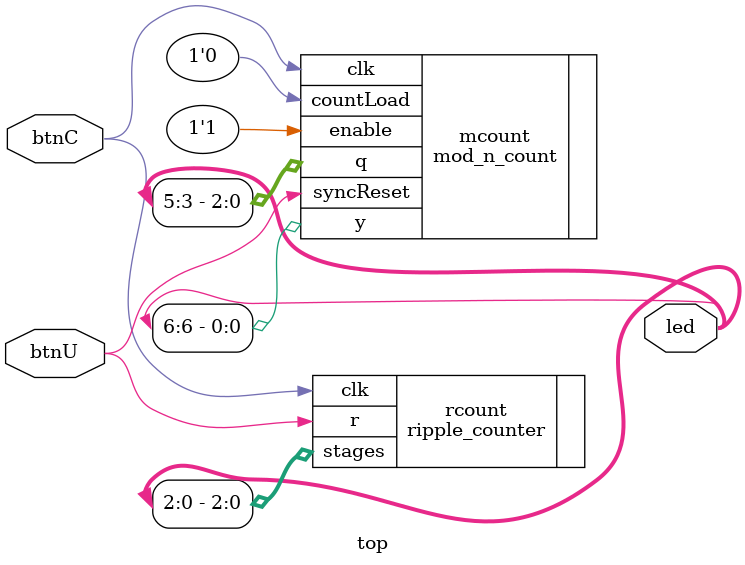
<source format=v>
module top(
    input btnC,
    input btnU,
    output [6:0] led
    );
       
    ripple_counter rcount(.clk(btnC), .r(btnU), .stages(led[2:0]));
    
    mod_n_count mcount(.enable(1'b1), .countLoad(1'b0), .clk(btnC), .syncReset(btnU), .q(led[5:3]), .y(led[6]));
    
        

endmodule
</source>
